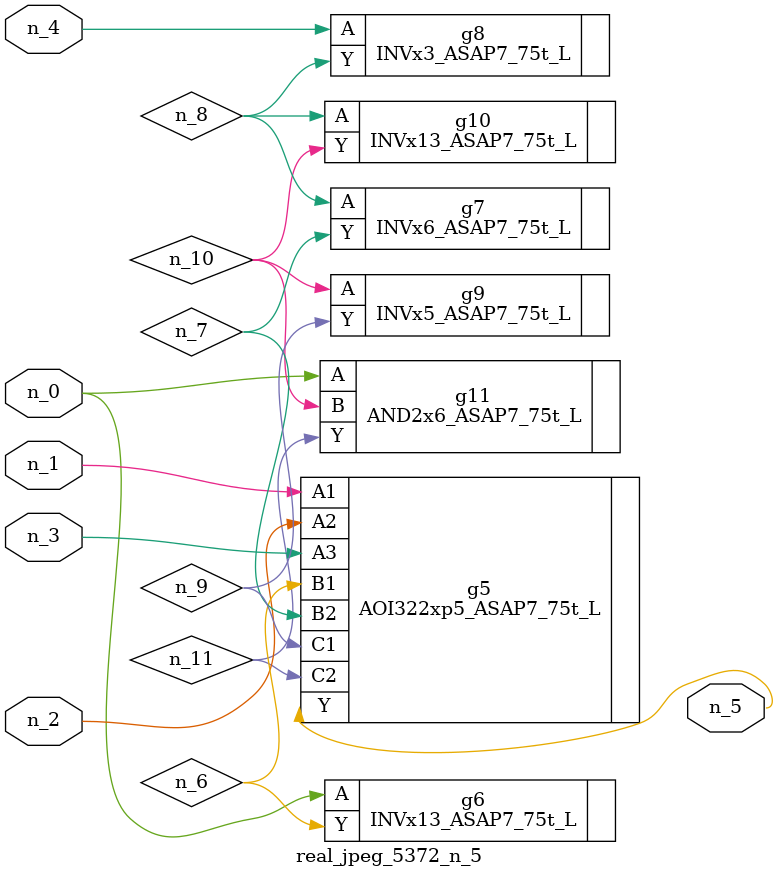
<source format=v>
module real_jpeg_5372_n_5 (n_4, n_0, n_1, n_2, n_3, n_5);

input n_4;
input n_0;
input n_1;
input n_2;
input n_3;

output n_5;

wire n_8;
wire n_11;
wire n_6;
wire n_7;
wire n_10;
wire n_9;

INVx13_ASAP7_75t_L g6 ( 
.A(n_0),
.Y(n_6)
);

AND2x6_ASAP7_75t_L g11 ( 
.A(n_0),
.B(n_10),
.Y(n_11)
);

AOI322xp5_ASAP7_75t_L g5 ( 
.A1(n_1),
.A2(n_2),
.A3(n_3),
.B1(n_6),
.B2(n_7),
.C1(n_9),
.C2(n_11),
.Y(n_5)
);

INVx3_ASAP7_75t_L g8 ( 
.A(n_4),
.Y(n_8)
);

INVx6_ASAP7_75t_L g7 ( 
.A(n_8),
.Y(n_7)
);

INVx13_ASAP7_75t_L g10 ( 
.A(n_8),
.Y(n_10)
);

INVx5_ASAP7_75t_L g9 ( 
.A(n_10),
.Y(n_9)
);


endmodule
</source>
